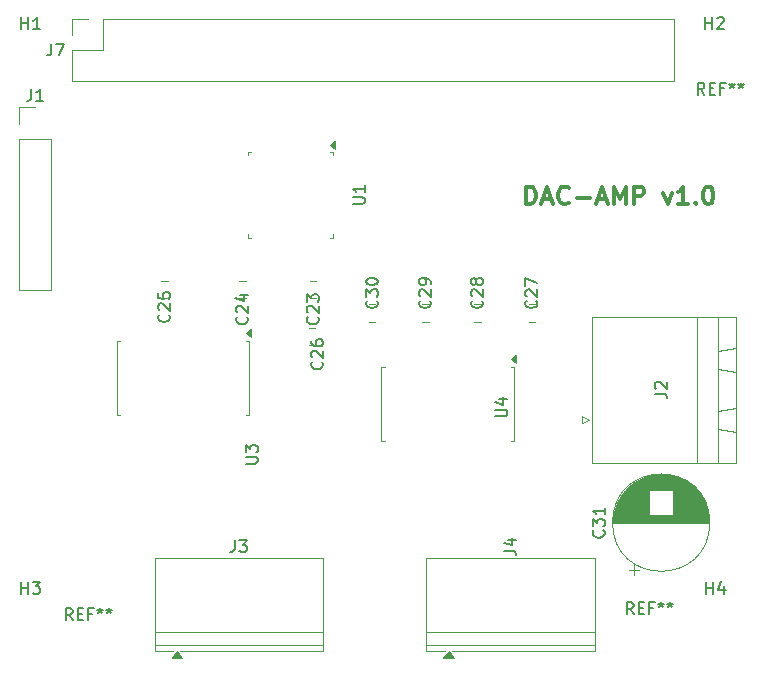
<source format=gto>
%TF.GenerationSoftware,KiCad,Pcbnew,9.0.7*%
%TF.CreationDate,2026-02-05T23:33:27-06:00*%
%TF.ProjectId,dac_amp,6461635f-616d-4702-9e6b-696361645f70,rev?*%
%TF.SameCoordinates,Original*%
%TF.FileFunction,Legend,Top*%
%TF.FilePolarity,Positive*%
%FSLAX46Y46*%
G04 Gerber Fmt 4.6, Leading zero omitted, Abs format (unit mm)*
G04 Created by KiCad (PCBNEW 9.0.7) date 2026-02-05 23:33:27*
%MOMM*%
%LPD*%
G01*
G04 APERTURE LIST*
%ADD10C,0.300000*%
%ADD11C,0.150000*%
%ADD12C,0.120000*%
G04 APERTURE END LIST*
D10*
X147054510Y-49800828D02*
X147054510Y-48300828D01*
X147054510Y-48300828D02*
X147411653Y-48300828D01*
X147411653Y-48300828D02*
X147625939Y-48372257D01*
X147625939Y-48372257D02*
X147768796Y-48515114D01*
X147768796Y-48515114D02*
X147840225Y-48657971D01*
X147840225Y-48657971D02*
X147911653Y-48943685D01*
X147911653Y-48943685D02*
X147911653Y-49157971D01*
X147911653Y-49157971D02*
X147840225Y-49443685D01*
X147840225Y-49443685D02*
X147768796Y-49586542D01*
X147768796Y-49586542D02*
X147625939Y-49729400D01*
X147625939Y-49729400D02*
X147411653Y-49800828D01*
X147411653Y-49800828D02*
X147054510Y-49800828D01*
X148483082Y-49372257D02*
X149197368Y-49372257D01*
X148340225Y-49800828D02*
X148840225Y-48300828D01*
X148840225Y-48300828D02*
X149340225Y-49800828D01*
X150697367Y-49657971D02*
X150625939Y-49729400D01*
X150625939Y-49729400D02*
X150411653Y-49800828D01*
X150411653Y-49800828D02*
X150268796Y-49800828D01*
X150268796Y-49800828D02*
X150054510Y-49729400D01*
X150054510Y-49729400D02*
X149911653Y-49586542D01*
X149911653Y-49586542D02*
X149840224Y-49443685D01*
X149840224Y-49443685D02*
X149768796Y-49157971D01*
X149768796Y-49157971D02*
X149768796Y-48943685D01*
X149768796Y-48943685D02*
X149840224Y-48657971D01*
X149840224Y-48657971D02*
X149911653Y-48515114D01*
X149911653Y-48515114D02*
X150054510Y-48372257D01*
X150054510Y-48372257D02*
X150268796Y-48300828D01*
X150268796Y-48300828D02*
X150411653Y-48300828D01*
X150411653Y-48300828D02*
X150625939Y-48372257D01*
X150625939Y-48372257D02*
X150697367Y-48443685D01*
X151340224Y-49229400D02*
X152483082Y-49229400D01*
X153125939Y-49372257D02*
X153840225Y-49372257D01*
X152983082Y-49800828D02*
X153483082Y-48300828D01*
X153483082Y-48300828D02*
X153983082Y-49800828D01*
X154483081Y-49800828D02*
X154483081Y-48300828D01*
X154483081Y-48300828D02*
X154983081Y-49372257D01*
X154983081Y-49372257D02*
X155483081Y-48300828D01*
X155483081Y-48300828D02*
X155483081Y-49800828D01*
X156197367Y-49800828D02*
X156197367Y-48300828D01*
X156197367Y-48300828D02*
X156768796Y-48300828D01*
X156768796Y-48300828D02*
X156911653Y-48372257D01*
X156911653Y-48372257D02*
X156983082Y-48443685D01*
X156983082Y-48443685D02*
X157054510Y-48586542D01*
X157054510Y-48586542D02*
X157054510Y-48800828D01*
X157054510Y-48800828D02*
X156983082Y-48943685D01*
X156983082Y-48943685D02*
X156911653Y-49015114D01*
X156911653Y-49015114D02*
X156768796Y-49086542D01*
X156768796Y-49086542D02*
X156197367Y-49086542D01*
X158697367Y-48800828D02*
X159054510Y-49800828D01*
X159054510Y-49800828D02*
X159411653Y-48800828D01*
X160768796Y-49800828D02*
X159911653Y-49800828D01*
X160340224Y-49800828D02*
X160340224Y-48300828D01*
X160340224Y-48300828D02*
X160197367Y-48515114D01*
X160197367Y-48515114D02*
X160054510Y-48657971D01*
X160054510Y-48657971D02*
X159911653Y-48729400D01*
X161411652Y-49657971D02*
X161483081Y-49729400D01*
X161483081Y-49729400D02*
X161411652Y-49800828D01*
X161411652Y-49800828D02*
X161340224Y-49729400D01*
X161340224Y-49729400D02*
X161411652Y-49657971D01*
X161411652Y-49657971D02*
X161411652Y-49800828D01*
X162411653Y-48300828D02*
X162554510Y-48300828D01*
X162554510Y-48300828D02*
X162697367Y-48372257D01*
X162697367Y-48372257D02*
X162768796Y-48443685D01*
X162768796Y-48443685D02*
X162840224Y-48586542D01*
X162840224Y-48586542D02*
X162911653Y-48872257D01*
X162911653Y-48872257D02*
X162911653Y-49229400D01*
X162911653Y-49229400D02*
X162840224Y-49515114D01*
X162840224Y-49515114D02*
X162768796Y-49657971D01*
X162768796Y-49657971D02*
X162697367Y-49729400D01*
X162697367Y-49729400D02*
X162554510Y-49800828D01*
X162554510Y-49800828D02*
X162411653Y-49800828D01*
X162411653Y-49800828D02*
X162268796Y-49729400D01*
X162268796Y-49729400D02*
X162197367Y-49657971D01*
X162197367Y-49657971D02*
X162125938Y-49515114D01*
X162125938Y-49515114D02*
X162054510Y-49229400D01*
X162054510Y-49229400D02*
X162054510Y-48872257D01*
X162054510Y-48872257D02*
X162125938Y-48586542D01*
X162125938Y-48586542D02*
X162197367Y-48443685D01*
X162197367Y-48443685D02*
X162268796Y-48372257D01*
X162268796Y-48372257D02*
X162411653Y-48300828D01*
D11*
X156166666Y-84504819D02*
X155833333Y-84028628D01*
X155595238Y-84504819D02*
X155595238Y-83504819D01*
X155595238Y-83504819D02*
X155976190Y-83504819D01*
X155976190Y-83504819D02*
X156071428Y-83552438D01*
X156071428Y-83552438D02*
X156119047Y-83600057D01*
X156119047Y-83600057D02*
X156166666Y-83695295D01*
X156166666Y-83695295D02*
X156166666Y-83838152D01*
X156166666Y-83838152D02*
X156119047Y-83933390D01*
X156119047Y-83933390D02*
X156071428Y-83981009D01*
X156071428Y-83981009D02*
X155976190Y-84028628D01*
X155976190Y-84028628D02*
X155595238Y-84028628D01*
X156595238Y-83981009D02*
X156928571Y-83981009D01*
X157071428Y-84504819D02*
X156595238Y-84504819D01*
X156595238Y-84504819D02*
X156595238Y-83504819D01*
X156595238Y-83504819D02*
X157071428Y-83504819D01*
X157833333Y-83981009D02*
X157500000Y-83981009D01*
X157500000Y-84504819D02*
X157500000Y-83504819D01*
X157500000Y-83504819D02*
X157976190Y-83504819D01*
X158500000Y-83504819D02*
X158500000Y-83742914D01*
X158261905Y-83647676D02*
X158500000Y-83742914D01*
X158500000Y-83742914D02*
X158738095Y-83647676D01*
X158357143Y-83933390D02*
X158500000Y-83742914D01*
X158500000Y-83742914D02*
X158642857Y-83933390D01*
X159261905Y-83504819D02*
X159261905Y-83742914D01*
X159023810Y-83647676D02*
X159261905Y-83742914D01*
X159261905Y-83742914D02*
X159500000Y-83647676D01*
X159119048Y-83933390D02*
X159261905Y-83742914D01*
X159261905Y-83742914D02*
X159404762Y-83933390D01*
X162166666Y-40504819D02*
X161833333Y-40028628D01*
X161595238Y-40504819D02*
X161595238Y-39504819D01*
X161595238Y-39504819D02*
X161976190Y-39504819D01*
X161976190Y-39504819D02*
X162071428Y-39552438D01*
X162071428Y-39552438D02*
X162119047Y-39600057D01*
X162119047Y-39600057D02*
X162166666Y-39695295D01*
X162166666Y-39695295D02*
X162166666Y-39838152D01*
X162166666Y-39838152D02*
X162119047Y-39933390D01*
X162119047Y-39933390D02*
X162071428Y-39981009D01*
X162071428Y-39981009D02*
X161976190Y-40028628D01*
X161976190Y-40028628D02*
X161595238Y-40028628D01*
X162595238Y-39981009D02*
X162928571Y-39981009D01*
X163071428Y-40504819D02*
X162595238Y-40504819D01*
X162595238Y-40504819D02*
X162595238Y-39504819D01*
X162595238Y-39504819D02*
X163071428Y-39504819D01*
X163833333Y-39981009D02*
X163500000Y-39981009D01*
X163500000Y-40504819D02*
X163500000Y-39504819D01*
X163500000Y-39504819D02*
X163976190Y-39504819D01*
X164500000Y-39504819D02*
X164500000Y-39742914D01*
X164261905Y-39647676D02*
X164500000Y-39742914D01*
X164500000Y-39742914D02*
X164738095Y-39647676D01*
X164357143Y-39933390D02*
X164500000Y-39742914D01*
X164500000Y-39742914D02*
X164642857Y-39933390D01*
X165261905Y-39504819D02*
X165261905Y-39742914D01*
X165023810Y-39647676D02*
X165261905Y-39742914D01*
X165261905Y-39742914D02*
X165500000Y-39647676D01*
X165119048Y-39933390D02*
X165261905Y-39742914D01*
X165261905Y-39742914D02*
X165404762Y-39933390D01*
X108666666Y-85004819D02*
X108333333Y-84528628D01*
X108095238Y-85004819D02*
X108095238Y-84004819D01*
X108095238Y-84004819D02*
X108476190Y-84004819D01*
X108476190Y-84004819D02*
X108571428Y-84052438D01*
X108571428Y-84052438D02*
X108619047Y-84100057D01*
X108619047Y-84100057D02*
X108666666Y-84195295D01*
X108666666Y-84195295D02*
X108666666Y-84338152D01*
X108666666Y-84338152D02*
X108619047Y-84433390D01*
X108619047Y-84433390D02*
X108571428Y-84481009D01*
X108571428Y-84481009D02*
X108476190Y-84528628D01*
X108476190Y-84528628D02*
X108095238Y-84528628D01*
X109095238Y-84481009D02*
X109428571Y-84481009D01*
X109571428Y-85004819D02*
X109095238Y-85004819D01*
X109095238Y-85004819D02*
X109095238Y-84004819D01*
X109095238Y-84004819D02*
X109571428Y-84004819D01*
X110333333Y-84481009D02*
X110000000Y-84481009D01*
X110000000Y-85004819D02*
X110000000Y-84004819D01*
X110000000Y-84004819D02*
X110476190Y-84004819D01*
X111000000Y-84004819D02*
X111000000Y-84242914D01*
X110761905Y-84147676D02*
X111000000Y-84242914D01*
X111000000Y-84242914D02*
X111238095Y-84147676D01*
X110857143Y-84433390D02*
X111000000Y-84242914D01*
X111000000Y-84242914D02*
X111142857Y-84433390D01*
X111761905Y-84004819D02*
X111761905Y-84242914D01*
X111523810Y-84147676D02*
X111761905Y-84242914D01*
X111761905Y-84242914D02*
X112000000Y-84147676D01*
X111619048Y-84433390D02*
X111761905Y-84242914D01*
X111761905Y-84242914D02*
X111904762Y-84433390D01*
X122416666Y-78234819D02*
X122416666Y-78949104D01*
X122416666Y-78949104D02*
X122369047Y-79091961D01*
X122369047Y-79091961D02*
X122273809Y-79187200D01*
X122273809Y-79187200D02*
X122130952Y-79234819D01*
X122130952Y-79234819D02*
X122035714Y-79234819D01*
X122797619Y-78234819D02*
X123416666Y-78234819D01*
X123416666Y-78234819D02*
X123083333Y-78615771D01*
X123083333Y-78615771D02*
X123226190Y-78615771D01*
X123226190Y-78615771D02*
X123321428Y-78663390D01*
X123321428Y-78663390D02*
X123369047Y-78711009D01*
X123369047Y-78711009D02*
X123416666Y-78806247D01*
X123416666Y-78806247D02*
X123416666Y-79044342D01*
X123416666Y-79044342D02*
X123369047Y-79139580D01*
X123369047Y-79139580D02*
X123321428Y-79187200D01*
X123321428Y-79187200D02*
X123226190Y-79234819D01*
X123226190Y-79234819D02*
X122940476Y-79234819D01*
X122940476Y-79234819D02*
X122845238Y-79187200D01*
X122845238Y-79187200D02*
X122797619Y-79139580D01*
X153609580Y-77392857D02*
X153657200Y-77440476D01*
X153657200Y-77440476D02*
X153704819Y-77583333D01*
X153704819Y-77583333D02*
X153704819Y-77678571D01*
X153704819Y-77678571D02*
X153657200Y-77821428D01*
X153657200Y-77821428D02*
X153561961Y-77916666D01*
X153561961Y-77916666D02*
X153466723Y-77964285D01*
X153466723Y-77964285D02*
X153276247Y-78011904D01*
X153276247Y-78011904D02*
X153133390Y-78011904D01*
X153133390Y-78011904D02*
X152942914Y-77964285D01*
X152942914Y-77964285D02*
X152847676Y-77916666D01*
X152847676Y-77916666D02*
X152752438Y-77821428D01*
X152752438Y-77821428D02*
X152704819Y-77678571D01*
X152704819Y-77678571D02*
X152704819Y-77583333D01*
X152704819Y-77583333D02*
X152752438Y-77440476D01*
X152752438Y-77440476D02*
X152800057Y-77392857D01*
X152704819Y-77059523D02*
X152704819Y-76440476D01*
X152704819Y-76440476D02*
X153085771Y-76773809D01*
X153085771Y-76773809D02*
X153085771Y-76630952D01*
X153085771Y-76630952D02*
X153133390Y-76535714D01*
X153133390Y-76535714D02*
X153181009Y-76488095D01*
X153181009Y-76488095D02*
X153276247Y-76440476D01*
X153276247Y-76440476D02*
X153514342Y-76440476D01*
X153514342Y-76440476D02*
X153609580Y-76488095D01*
X153609580Y-76488095D02*
X153657200Y-76535714D01*
X153657200Y-76535714D02*
X153704819Y-76630952D01*
X153704819Y-76630952D02*
X153704819Y-76916666D01*
X153704819Y-76916666D02*
X153657200Y-77011904D01*
X153657200Y-77011904D02*
X153609580Y-77059523D01*
X153704819Y-75488095D02*
X153704819Y-76059523D01*
X153704819Y-75773809D02*
X152704819Y-75773809D01*
X152704819Y-75773809D02*
X152847676Y-75869047D01*
X152847676Y-75869047D02*
X152942914Y-75964285D01*
X152942914Y-75964285D02*
X152990533Y-76059523D01*
X132392319Y-49761904D02*
X133201842Y-49761904D01*
X133201842Y-49761904D02*
X133297080Y-49714285D01*
X133297080Y-49714285D02*
X133344700Y-49666666D01*
X133344700Y-49666666D02*
X133392319Y-49571428D01*
X133392319Y-49571428D02*
X133392319Y-49380952D01*
X133392319Y-49380952D02*
X133344700Y-49285714D01*
X133344700Y-49285714D02*
X133297080Y-49238095D01*
X133297080Y-49238095D02*
X133201842Y-49190476D01*
X133201842Y-49190476D02*
X132392319Y-49190476D01*
X133392319Y-48190476D02*
X133392319Y-48761904D01*
X133392319Y-48476190D02*
X132392319Y-48476190D01*
X132392319Y-48476190D02*
X132535176Y-48571428D01*
X132535176Y-48571428D02*
X132630414Y-48666666D01*
X132630414Y-48666666D02*
X132678033Y-48761904D01*
X123324819Y-71749404D02*
X124134342Y-71749404D01*
X124134342Y-71749404D02*
X124229580Y-71701785D01*
X124229580Y-71701785D02*
X124277200Y-71654166D01*
X124277200Y-71654166D02*
X124324819Y-71558928D01*
X124324819Y-71558928D02*
X124324819Y-71368452D01*
X124324819Y-71368452D02*
X124277200Y-71273214D01*
X124277200Y-71273214D02*
X124229580Y-71225595D01*
X124229580Y-71225595D02*
X124134342Y-71177976D01*
X124134342Y-71177976D02*
X123324819Y-71177976D01*
X123324819Y-70797023D02*
X123324819Y-70177976D01*
X123324819Y-70177976D02*
X123705771Y-70511309D01*
X123705771Y-70511309D02*
X123705771Y-70368452D01*
X123705771Y-70368452D02*
X123753390Y-70273214D01*
X123753390Y-70273214D02*
X123801009Y-70225595D01*
X123801009Y-70225595D02*
X123896247Y-70177976D01*
X123896247Y-70177976D02*
X124134342Y-70177976D01*
X124134342Y-70177976D02*
X124229580Y-70225595D01*
X124229580Y-70225595D02*
X124277200Y-70273214D01*
X124277200Y-70273214D02*
X124324819Y-70368452D01*
X124324819Y-70368452D02*
X124324819Y-70654166D01*
X124324819Y-70654166D02*
X124277200Y-70749404D01*
X124277200Y-70749404D02*
X124229580Y-70797023D01*
X106876666Y-36184819D02*
X106876666Y-36899104D01*
X106876666Y-36899104D02*
X106829047Y-37041961D01*
X106829047Y-37041961D02*
X106733809Y-37137200D01*
X106733809Y-37137200D02*
X106590952Y-37184819D01*
X106590952Y-37184819D02*
X106495714Y-37184819D01*
X107257619Y-36184819D02*
X107924285Y-36184819D01*
X107924285Y-36184819D02*
X107495714Y-37184819D01*
X144454819Y-67761904D02*
X145264342Y-67761904D01*
X145264342Y-67761904D02*
X145359580Y-67714285D01*
X145359580Y-67714285D02*
X145407200Y-67666666D01*
X145407200Y-67666666D02*
X145454819Y-67571428D01*
X145454819Y-67571428D02*
X145454819Y-67380952D01*
X145454819Y-67380952D02*
X145407200Y-67285714D01*
X145407200Y-67285714D02*
X145359580Y-67238095D01*
X145359580Y-67238095D02*
X145264342Y-67190476D01*
X145264342Y-67190476D02*
X144454819Y-67190476D01*
X144788152Y-66285714D02*
X145454819Y-66285714D01*
X144407200Y-66523809D02*
X145121485Y-66761904D01*
X145121485Y-66761904D02*
X145121485Y-66142857D01*
X145204819Y-79113333D02*
X145919104Y-79113333D01*
X145919104Y-79113333D02*
X146061961Y-79160952D01*
X146061961Y-79160952D02*
X146157200Y-79256190D01*
X146157200Y-79256190D02*
X146204819Y-79399047D01*
X146204819Y-79399047D02*
X146204819Y-79494285D01*
X145538152Y-78208571D02*
X146204819Y-78208571D01*
X145157200Y-78446666D02*
X145871485Y-78684761D01*
X145871485Y-78684761D02*
X145871485Y-78065714D01*
X104338095Y-34954819D02*
X104338095Y-33954819D01*
X104338095Y-34431009D02*
X104909523Y-34431009D01*
X104909523Y-34954819D02*
X104909523Y-33954819D01*
X105909523Y-34954819D02*
X105338095Y-34954819D01*
X105623809Y-34954819D02*
X105623809Y-33954819D01*
X105623809Y-33954819D02*
X105528571Y-34097676D01*
X105528571Y-34097676D02*
X105433333Y-34192914D01*
X105433333Y-34192914D02*
X105338095Y-34240533D01*
X162238095Y-34954819D02*
X162238095Y-33954819D01*
X162238095Y-34431009D02*
X162809523Y-34431009D01*
X162809523Y-34954819D02*
X162809523Y-33954819D01*
X163238095Y-34050057D02*
X163285714Y-34002438D01*
X163285714Y-34002438D02*
X163380952Y-33954819D01*
X163380952Y-33954819D02*
X163619047Y-33954819D01*
X163619047Y-33954819D02*
X163714285Y-34002438D01*
X163714285Y-34002438D02*
X163761904Y-34050057D01*
X163761904Y-34050057D02*
X163809523Y-34145295D01*
X163809523Y-34145295D02*
X163809523Y-34240533D01*
X163809523Y-34240533D02*
X163761904Y-34383390D01*
X163761904Y-34383390D02*
X163190476Y-34954819D01*
X163190476Y-34954819D02*
X163809523Y-34954819D01*
X104338095Y-82774819D02*
X104338095Y-81774819D01*
X104338095Y-82251009D02*
X104909523Y-82251009D01*
X104909523Y-82774819D02*
X104909523Y-81774819D01*
X105290476Y-81774819D02*
X105909523Y-81774819D01*
X105909523Y-81774819D02*
X105576190Y-82155771D01*
X105576190Y-82155771D02*
X105719047Y-82155771D01*
X105719047Y-82155771D02*
X105814285Y-82203390D01*
X105814285Y-82203390D02*
X105861904Y-82251009D01*
X105861904Y-82251009D02*
X105909523Y-82346247D01*
X105909523Y-82346247D02*
X105909523Y-82584342D01*
X105909523Y-82584342D02*
X105861904Y-82679580D01*
X105861904Y-82679580D02*
X105814285Y-82727200D01*
X105814285Y-82727200D02*
X105719047Y-82774819D01*
X105719047Y-82774819D02*
X105433333Y-82774819D01*
X105433333Y-82774819D02*
X105338095Y-82727200D01*
X105338095Y-82727200D02*
X105290476Y-82679580D01*
X162338095Y-82774819D02*
X162338095Y-81774819D01*
X162338095Y-82251009D02*
X162909523Y-82251009D01*
X162909523Y-82774819D02*
X162909523Y-81774819D01*
X163814285Y-82108152D02*
X163814285Y-82774819D01*
X163576190Y-81727200D02*
X163338095Y-82441485D01*
X163338095Y-82441485D02*
X163957142Y-82441485D01*
X105166666Y-40034819D02*
X105166666Y-40749104D01*
X105166666Y-40749104D02*
X105119047Y-40891961D01*
X105119047Y-40891961D02*
X105023809Y-40987200D01*
X105023809Y-40987200D02*
X104880952Y-41034819D01*
X104880952Y-41034819D02*
X104785714Y-41034819D01*
X106166666Y-41034819D02*
X105595238Y-41034819D01*
X105880952Y-41034819D02*
X105880952Y-40034819D01*
X105880952Y-40034819D02*
X105785714Y-40177676D01*
X105785714Y-40177676D02*
X105690476Y-40272914D01*
X105690476Y-40272914D02*
X105595238Y-40320533D01*
X157954819Y-65833333D02*
X158669104Y-65833333D01*
X158669104Y-65833333D02*
X158811961Y-65880952D01*
X158811961Y-65880952D02*
X158907200Y-65976190D01*
X158907200Y-65976190D02*
X158954819Y-66119047D01*
X158954819Y-66119047D02*
X158954819Y-66214285D01*
X158050057Y-65404761D02*
X158002438Y-65357142D01*
X158002438Y-65357142D02*
X157954819Y-65261904D01*
X157954819Y-65261904D02*
X157954819Y-65023809D01*
X157954819Y-65023809D02*
X158002438Y-64928571D01*
X158002438Y-64928571D02*
X158050057Y-64880952D01*
X158050057Y-64880952D02*
X158145295Y-64833333D01*
X158145295Y-64833333D02*
X158240533Y-64833333D01*
X158240533Y-64833333D02*
X158383390Y-64880952D01*
X158383390Y-64880952D02*
X158954819Y-65452380D01*
X158954819Y-65452380D02*
X158954819Y-64833333D01*
X147909580Y-57962857D02*
X147957200Y-58010476D01*
X147957200Y-58010476D02*
X148004819Y-58153333D01*
X148004819Y-58153333D02*
X148004819Y-58248571D01*
X148004819Y-58248571D02*
X147957200Y-58391428D01*
X147957200Y-58391428D02*
X147861961Y-58486666D01*
X147861961Y-58486666D02*
X147766723Y-58534285D01*
X147766723Y-58534285D02*
X147576247Y-58581904D01*
X147576247Y-58581904D02*
X147433390Y-58581904D01*
X147433390Y-58581904D02*
X147242914Y-58534285D01*
X147242914Y-58534285D02*
X147147676Y-58486666D01*
X147147676Y-58486666D02*
X147052438Y-58391428D01*
X147052438Y-58391428D02*
X147004819Y-58248571D01*
X147004819Y-58248571D02*
X147004819Y-58153333D01*
X147004819Y-58153333D02*
X147052438Y-58010476D01*
X147052438Y-58010476D02*
X147100057Y-57962857D01*
X147100057Y-57581904D02*
X147052438Y-57534285D01*
X147052438Y-57534285D02*
X147004819Y-57439047D01*
X147004819Y-57439047D02*
X147004819Y-57200952D01*
X147004819Y-57200952D02*
X147052438Y-57105714D01*
X147052438Y-57105714D02*
X147100057Y-57058095D01*
X147100057Y-57058095D02*
X147195295Y-57010476D01*
X147195295Y-57010476D02*
X147290533Y-57010476D01*
X147290533Y-57010476D02*
X147433390Y-57058095D01*
X147433390Y-57058095D02*
X148004819Y-57629523D01*
X148004819Y-57629523D02*
X148004819Y-57010476D01*
X147004819Y-56677142D02*
X147004819Y-56010476D01*
X147004819Y-56010476D02*
X148004819Y-56439047D01*
X143309580Y-57962857D02*
X143357200Y-58010476D01*
X143357200Y-58010476D02*
X143404819Y-58153333D01*
X143404819Y-58153333D02*
X143404819Y-58248571D01*
X143404819Y-58248571D02*
X143357200Y-58391428D01*
X143357200Y-58391428D02*
X143261961Y-58486666D01*
X143261961Y-58486666D02*
X143166723Y-58534285D01*
X143166723Y-58534285D02*
X142976247Y-58581904D01*
X142976247Y-58581904D02*
X142833390Y-58581904D01*
X142833390Y-58581904D02*
X142642914Y-58534285D01*
X142642914Y-58534285D02*
X142547676Y-58486666D01*
X142547676Y-58486666D02*
X142452438Y-58391428D01*
X142452438Y-58391428D02*
X142404819Y-58248571D01*
X142404819Y-58248571D02*
X142404819Y-58153333D01*
X142404819Y-58153333D02*
X142452438Y-58010476D01*
X142452438Y-58010476D02*
X142500057Y-57962857D01*
X142500057Y-57581904D02*
X142452438Y-57534285D01*
X142452438Y-57534285D02*
X142404819Y-57439047D01*
X142404819Y-57439047D02*
X142404819Y-57200952D01*
X142404819Y-57200952D02*
X142452438Y-57105714D01*
X142452438Y-57105714D02*
X142500057Y-57058095D01*
X142500057Y-57058095D02*
X142595295Y-57010476D01*
X142595295Y-57010476D02*
X142690533Y-57010476D01*
X142690533Y-57010476D02*
X142833390Y-57058095D01*
X142833390Y-57058095D02*
X143404819Y-57629523D01*
X143404819Y-57629523D02*
X143404819Y-57010476D01*
X142833390Y-56439047D02*
X142785771Y-56534285D01*
X142785771Y-56534285D02*
X142738152Y-56581904D01*
X142738152Y-56581904D02*
X142642914Y-56629523D01*
X142642914Y-56629523D02*
X142595295Y-56629523D01*
X142595295Y-56629523D02*
X142500057Y-56581904D01*
X142500057Y-56581904D02*
X142452438Y-56534285D01*
X142452438Y-56534285D02*
X142404819Y-56439047D01*
X142404819Y-56439047D02*
X142404819Y-56248571D01*
X142404819Y-56248571D02*
X142452438Y-56153333D01*
X142452438Y-56153333D02*
X142500057Y-56105714D01*
X142500057Y-56105714D02*
X142595295Y-56058095D01*
X142595295Y-56058095D02*
X142642914Y-56058095D01*
X142642914Y-56058095D02*
X142738152Y-56105714D01*
X142738152Y-56105714D02*
X142785771Y-56153333D01*
X142785771Y-56153333D02*
X142833390Y-56248571D01*
X142833390Y-56248571D02*
X142833390Y-56439047D01*
X142833390Y-56439047D02*
X142881009Y-56534285D01*
X142881009Y-56534285D02*
X142928628Y-56581904D01*
X142928628Y-56581904D02*
X143023866Y-56629523D01*
X143023866Y-56629523D02*
X143214342Y-56629523D01*
X143214342Y-56629523D02*
X143309580Y-56581904D01*
X143309580Y-56581904D02*
X143357200Y-56534285D01*
X143357200Y-56534285D02*
X143404819Y-56439047D01*
X143404819Y-56439047D02*
X143404819Y-56248571D01*
X143404819Y-56248571D02*
X143357200Y-56153333D01*
X143357200Y-56153333D02*
X143309580Y-56105714D01*
X143309580Y-56105714D02*
X143214342Y-56058095D01*
X143214342Y-56058095D02*
X143023866Y-56058095D01*
X143023866Y-56058095D02*
X142928628Y-56105714D01*
X142928628Y-56105714D02*
X142881009Y-56153333D01*
X142881009Y-56153333D02*
X142833390Y-56248571D01*
X116809580Y-59142857D02*
X116857200Y-59190476D01*
X116857200Y-59190476D02*
X116904819Y-59333333D01*
X116904819Y-59333333D02*
X116904819Y-59428571D01*
X116904819Y-59428571D02*
X116857200Y-59571428D01*
X116857200Y-59571428D02*
X116761961Y-59666666D01*
X116761961Y-59666666D02*
X116666723Y-59714285D01*
X116666723Y-59714285D02*
X116476247Y-59761904D01*
X116476247Y-59761904D02*
X116333390Y-59761904D01*
X116333390Y-59761904D02*
X116142914Y-59714285D01*
X116142914Y-59714285D02*
X116047676Y-59666666D01*
X116047676Y-59666666D02*
X115952438Y-59571428D01*
X115952438Y-59571428D02*
X115904819Y-59428571D01*
X115904819Y-59428571D02*
X115904819Y-59333333D01*
X115904819Y-59333333D02*
X115952438Y-59190476D01*
X115952438Y-59190476D02*
X116000057Y-59142857D01*
X116000057Y-58761904D02*
X115952438Y-58714285D01*
X115952438Y-58714285D02*
X115904819Y-58619047D01*
X115904819Y-58619047D02*
X115904819Y-58380952D01*
X115904819Y-58380952D02*
X115952438Y-58285714D01*
X115952438Y-58285714D02*
X116000057Y-58238095D01*
X116000057Y-58238095D02*
X116095295Y-58190476D01*
X116095295Y-58190476D02*
X116190533Y-58190476D01*
X116190533Y-58190476D02*
X116333390Y-58238095D01*
X116333390Y-58238095D02*
X116904819Y-58809523D01*
X116904819Y-58809523D02*
X116904819Y-58190476D01*
X115904819Y-57285714D02*
X115904819Y-57761904D01*
X115904819Y-57761904D02*
X116381009Y-57809523D01*
X116381009Y-57809523D02*
X116333390Y-57761904D01*
X116333390Y-57761904D02*
X116285771Y-57666666D01*
X116285771Y-57666666D02*
X116285771Y-57428571D01*
X116285771Y-57428571D02*
X116333390Y-57333333D01*
X116333390Y-57333333D02*
X116381009Y-57285714D01*
X116381009Y-57285714D02*
X116476247Y-57238095D01*
X116476247Y-57238095D02*
X116714342Y-57238095D01*
X116714342Y-57238095D02*
X116809580Y-57285714D01*
X116809580Y-57285714D02*
X116857200Y-57333333D01*
X116857200Y-57333333D02*
X116904819Y-57428571D01*
X116904819Y-57428571D02*
X116904819Y-57666666D01*
X116904819Y-57666666D02*
X116857200Y-57761904D01*
X116857200Y-57761904D02*
X116809580Y-57809523D01*
X134409580Y-57962857D02*
X134457200Y-58010476D01*
X134457200Y-58010476D02*
X134504819Y-58153333D01*
X134504819Y-58153333D02*
X134504819Y-58248571D01*
X134504819Y-58248571D02*
X134457200Y-58391428D01*
X134457200Y-58391428D02*
X134361961Y-58486666D01*
X134361961Y-58486666D02*
X134266723Y-58534285D01*
X134266723Y-58534285D02*
X134076247Y-58581904D01*
X134076247Y-58581904D02*
X133933390Y-58581904D01*
X133933390Y-58581904D02*
X133742914Y-58534285D01*
X133742914Y-58534285D02*
X133647676Y-58486666D01*
X133647676Y-58486666D02*
X133552438Y-58391428D01*
X133552438Y-58391428D02*
X133504819Y-58248571D01*
X133504819Y-58248571D02*
X133504819Y-58153333D01*
X133504819Y-58153333D02*
X133552438Y-58010476D01*
X133552438Y-58010476D02*
X133600057Y-57962857D01*
X133504819Y-57629523D02*
X133504819Y-57010476D01*
X133504819Y-57010476D02*
X133885771Y-57343809D01*
X133885771Y-57343809D02*
X133885771Y-57200952D01*
X133885771Y-57200952D02*
X133933390Y-57105714D01*
X133933390Y-57105714D02*
X133981009Y-57058095D01*
X133981009Y-57058095D02*
X134076247Y-57010476D01*
X134076247Y-57010476D02*
X134314342Y-57010476D01*
X134314342Y-57010476D02*
X134409580Y-57058095D01*
X134409580Y-57058095D02*
X134457200Y-57105714D01*
X134457200Y-57105714D02*
X134504819Y-57200952D01*
X134504819Y-57200952D02*
X134504819Y-57486666D01*
X134504819Y-57486666D02*
X134457200Y-57581904D01*
X134457200Y-57581904D02*
X134409580Y-57629523D01*
X133504819Y-56391428D02*
X133504819Y-56296190D01*
X133504819Y-56296190D02*
X133552438Y-56200952D01*
X133552438Y-56200952D02*
X133600057Y-56153333D01*
X133600057Y-56153333D02*
X133695295Y-56105714D01*
X133695295Y-56105714D02*
X133885771Y-56058095D01*
X133885771Y-56058095D02*
X134123866Y-56058095D01*
X134123866Y-56058095D02*
X134314342Y-56105714D01*
X134314342Y-56105714D02*
X134409580Y-56153333D01*
X134409580Y-56153333D02*
X134457200Y-56200952D01*
X134457200Y-56200952D02*
X134504819Y-56296190D01*
X134504819Y-56296190D02*
X134504819Y-56391428D01*
X134504819Y-56391428D02*
X134457200Y-56486666D01*
X134457200Y-56486666D02*
X134409580Y-56534285D01*
X134409580Y-56534285D02*
X134314342Y-56581904D01*
X134314342Y-56581904D02*
X134123866Y-56629523D01*
X134123866Y-56629523D02*
X133885771Y-56629523D01*
X133885771Y-56629523D02*
X133695295Y-56581904D01*
X133695295Y-56581904D02*
X133600057Y-56534285D01*
X133600057Y-56534285D02*
X133552438Y-56486666D01*
X133552438Y-56486666D02*
X133504819Y-56391428D01*
X138909580Y-57962857D02*
X138957200Y-58010476D01*
X138957200Y-58010476D02*
X139004819Y-58153333D01*
X139004819Y-58153333D02*
X139004819Y-58248571D01*
X139004819Y-58248571D02*
X138957200Y-58391428D01*
X138957200Y-58391428D02*
X138861961Y-58486666D01*
X138861961Y-58486666D02*
X138766723Y-58534285D01*
X138766723Y-58534285D02*
X138576247Y-58581904D01*
X138576247Y-58581904D02*
X138433390Y-58581904D01*
X138433390Y-58581904D02*
X138242914Y-58534285D01*
X138242914Y-58534285D02*
X138147676Y-58486666D01*
X138147676Y-58486666D02*
X138052438Y-58391428D01*
X138052438Y-58391428D02*
X138004819Y-58248571D01*
X138004819Y-58248571D02*
X138004819Y-58153333D01*
X138004819Y-58153333D02*
X138052438Y-58010476D01*
X138052438Y-58010476D02*
X138100057Y-57962857D01*
X138100057Y-57581904D02*
X138052438Y-57534285D01*
X138052438Y-57534285D02*
X138004819Y-57439047D01*
X138004819Y-57439047D02*
X138004819Y-57200952D01*
X138004819Y-57200952D02*
X138052438Y-57105714D01*
X138052438Y-57105714D02*
X138100057Y-57058095D01*
X138100057Y-57058095D02*
X138195295Y-57010476D01*
X138195295Y-57010476D02*
X138290533Y-57010476D01*
X138290533Y-57010476D02*
X138433390Y-57058095D01*
X138433390Y-57058095D02*
X139004819Y-57629523D01*
X139004819Y-57629523D02*
X139004819Y-57010476D01*
X139004819Y-56534285D02*
X139004819Y-56343809D01*
X139004819Y-56343809D02*
X138957200Y-56248571D01*
X138957200Y-56248571D02*
X138909580Y-56200952D01*
X138909580Y-56200952D02*
X138766723Y-56105714D01*
X138766723Y-56105714D02*
X138576247Y-56058095D01*
X138576247Y-56058095D02*
X138195295Y-56058095D01*
X138195295Y-56058095D02*
X138100057Y-56105714D01*
X138100057Y-56105714D02*
X138052438Y-56153333D01*
X138052438Y-56153333D02*
X138004819Y-56248571D01*
X138004819Y-56248571D02*
X138004819Y-56439047D01*
X138004819Y-56439047D02*
X138052438Y-56534285D01*
X138052438Y-56534285D02*
X138100057Y-56581904D01*
X138100057Y-56581904D02*
X138195295Y-56629523D01*
X138195295Y-56629523D02*
X138433390Y-56629523D01*
X138433390Y-56629523D02*
X138528628Y-56581904D01*
X138528628Y-56581904D02*
X138576247Y-56534285D01*
X138576247Y-56534285D02*
X138623866Y-56439047D01*
X138623866Y-56439047D02*
X138623866Y-56248571D01*
X138623866Y-56248571D02*
X138576247Y-56153333D01*
X138576247Y-56153333D02*
X138528628Y-56105714D01*
X138528628Y-56105714D02*
X138433390Y-56058095D01*
X129409580Y-59322857D02*
X129457200Y-59370476D01*
X129457200Y-59370476D02*
X129504819Y-59513333D01*
X129504819Y-59513333D02*
X129504819Y-59608571D01*
X129504819Y-59608571D02*
X129457200Y-59751428D01*
X129457200Y-59751428D02*
X129361961Y-59846666D01*
X129361961Y-59846666D02*
X129266723Y-59894285D01*
X129266723Y-59894285D02*
X129076247Y-59941904D01*
X129076247Y-59941904D02*
X128933390Y-59941904D01*
X128933390Y-59941904D02*
X128742914Y-59894285D01*
X128742914Y-59894285D02*
X128647676Y-59846666D01*
X128647676Y-59846666D02*
X128552438Y-59751428D01*
X128552438Y-59751428D02*
X128504819Y-59608571D01*
X128504819Y-59608571D02*
X128504819Y-59513333D01*
X128504819Y-59513333D02*
X128552438Y-59370476D01*
X128552438Y-59370476D02*
X128600057Y-59322857D01*
X128600057Y-58941904D02*
X128552438Y-58894285D01*
X128552438Y-58894285D02*
X128504819Y-58799047D01*
X128504819Y-58799047D02*
X128504819Y-58560952D01*
X128504819Y-58560952D02*
X128552438Y-58465714D01*
X128552438Y-58465714D02*
X128600057Y-58418095D01*
X128600057Y-58418095D02*
X128695295Y-58370476D01*
X128695295Y-58370476D02*
X128790533Y-58370476D01*
X128790533Y-58370476D02*
X128933390Y-58418095D01*
X128933390Y-58418095D02*
X129504819Y-58989523D01*
X129504819Y-58989523D02*
X129504819Y-58370476D01*
X128504819Y-58037142D02*
X128504819Y-57418095D01*
X128504819Y-57418095D02*
X128885771Y-57751428D01*
X128885771Y-57751428D02*
X128885771Y-57608571D01*
X128885771Y-57608571D02*
X128933390Y-57513333D01*
X128933390Y-57513333D02*
X128981009Y-57465714D01*
X128981009Y-57465714D02*
X129076247Y-57418095D01*
X129076247Y-57418095D02*
X129314342Y-57418095D01*
X129314342Y-57418095D02*
X129409580Y-57465714D01*
X129409580Y-57465714D02*
X129457200Y-57513333D01*
X129457200Y-57513333D02*
X129504819Y-57608571D01*
X129504819Y-57608571D02*
X129504819Y-57894285D01*
X129504819Y-57894285D02*
X129457200Y-57989523D01*
X129457200Y-57989523D02*
X129409580Y-58037142D01*
X129759580Y-63142857D02*
X129807200Y-63190476D01*
X129807200Y-63190476D02*
X129854819Y-63333333D01*
X129854819Y-63333333D02*
X129854819Y-63428571D01*
X129854819Y-63428571D02*
X129807200Y-63571428D01*
X129807200Y-63571428D02*
X129711961Y-63666666D01*
X129711961Y-63666666D02*
X129616723Y-63714285D01*
X129616723Y-63714285D02*
X129426247Y-63761904D01*
X129426247Y-63761904D02*
X129283390Y-63761904D01*
X129283390Y-63761904D02*
X129092914Y-63714285D01*
X129092914Y-63714285D02*
X128997676Y-63666666D01*
X128997676Y-63666666D02*
X128902438Y-63571428D01*
X128902438Y-63571428D02*
X128854819Y-63428571D01*
X128854819Y-63428571D02*
X128854819Y-63333333D01*
X128854819Y-63333333D02*
X128902438Y-63190476D01*
X128902438Y-63190476D02*
X128950057Y-63142857D01*
X128950057Y-62761904D02*
X128902438Y-62714285D01*
X128902438Y-62714285D02*
X128854819Y-62619047D01*
X128854819Y-62619047D02*
X128854819Y-62380952D01*
X128854819Y-62380952D02*
X128902438Y-62285714D01*
X128902438Y-62285714D02*
X128950057Y-62238095D01*
X128950057Y-62238095D02*
X129045295Y-62190476D01*
X129045295Y-62190476D02*
X129140533Y-62190476D01*
X129140533Y-62190476D02*
X129283390Y-62238095D01*
X129283390Y-62238095D02*
X129854819Y-62809523D01*
X129854819Y-62809523D02*
X129854819Y-62190476D01*
X128854819Y-61333333D02*
X128854819Y-61523809D01*
X128854819Y-61523809D02*
X128902438Y-61619047D01*
X128902438Y-61619047D02*
X128950057Y-61666666D01*
X128950057Y-61666666D02*
X129092914Y-61761904D01*
X129092914Y-61761904D02*
X129283390Y-61809523D01*
X129283390Y-61809523D02*
X129664342Y-61809523D01*
X129664342Y-61809523D02*
X129759580Y-61761904D01*
X129759580Y-61761904D02*
X129807200Y-61714285D01*
X129807200Y-61714285D02*
X129854819Y-61619047D01*
X129854819Y-61619047D02*
X129854819Y-61428571D01*
X129854819Y-61428571D02*
X129807200Y-61333333D01*
X129807200Y-61333333D02*
X129759580Y-61285714D01*
X129759580Y-61285714D02*
X129664342Y-61238095D01*
X129664342Y-61238095D02*
X129426247Y-61238095D01*
X129426247Y-61238095D02*
X129331009Y-61285714D01*
X129331009Y-61285714D02*
X129283390Y-61333333D01*
X129283390Y-61333333D02*
X129235771Y-61428571D01*
X129235771Y-61428571D02*
X129235771Y-61619047D01*
X129235771Y-61619047D02*
X129283390Y-61714285D01*
X129283390Y-61714285D02*
X129331009Y-61761904D01*
X129331009Y-61761904D02*
X129426247Y-61809523D01*
X123409580Y-59322857D02*
X123457200Y-59370476D01*
X123457200Y-59370476D02*
X123504819Y-59513333D01*
X123504819Y-59513333D02*
X123504819Y-59608571D01*
X123504819Y-59608571D02*
X123457200Y-59751428D01*
X123457200Y-59751428D02*
X123361961Y-59846666D01*
X123361961Y-59846666D02*
X123266723Y-59894285D01*
X123266723Y-59894285D02*
X123076247Y-59941904D01*
X123076247Y-59941904D02*
X122933390Y-59941904D01*
X122933390Y-59941904D02*
X122742914Y-59894285D01*
X122742914Y-59894285D02*
X122647676Y-59846666D01*
X122647676Y-59846666D02*
X122552438Y-59751428D01*
X122552438Y-59751428D02*
X122504819Y-59608571D01*
X122504819Y-59608571D02*
X122504819Y-59513333D01*
X122504819Y-59513333D02*
X122552438Y-59370476D01*
X122552438Y-59370476D02*
X122600057Y-59322857D01*
X122600057Y-58941904D02*
X122552438Y-58894285D01*
X122552438Y-58894285D02*
X122504819Y-58799047D01*
X122504819Y-58799047D02*
X122504819Y-58560952D01*
X122504819Y-58560952D02*
X122552438Y-58465714D01*
X122552438Y-58465714D02*
X122600057Y-58418095D01*
X122600057Y-58418095D02*
X122695295Y-58370476D01*
X122695295Y-58370476D02*
X122790533Y-58370476D01*
X122790533Y-58370476D02*
X122933390Y-58418095D01*
X122933390Y-58418095D02*
X123504819Y-58989523D01*
X123504819Y-58989523D02*
X123504819Y-58370476D01*
X122838152Y-57513333D02*
X123504819Y-57513333D01*
X122457200Y-57751428D02*
X123171485Y-57989523D01*
X123171485Y-57989523D02*
X123171485Y-57370476D01*
D12*
%TO.C,J3*%
X115630000Y-79780000D02*
X129870000Y-79780000D01*
X115630000Y-86000000D02*
X129870000Y-86000000D01*
X115630000Y-87100000D02*
X129870000Y-87100000D01*
X115630000Y-87620000D02*
X115630000Y-79780000D01*
X117200000Y-87620000D02*
X115630000Y-87620000D01*
X129870000Y-79780000D02*
X129870000Y-87620000D01*
X129870000Y-87620000D02*
X117800000Y-87620000D01*
X117940000Y-88230000D02*
X117060000Y-88230000D01*
X117500000Y-87620000D01*
X117940000Y-88230000D01*
G36*
X117940000Y-88230000D02*
G01*
X117060000Y-88230000D01*
X117500000Y-87620000D01*
X117940000Y-88230000D01*
G37*
%TO.C,C31*%
X154420000Y-76710000D02*
X162580000Y-76710000D01*
X154420000Y-76750000D02*
X162580000Y-76750000D01*
X154421000Y-76670000D02*
X162579000Y-76670000D01*
X154422000Y-76630000D02*
X162578000Y-76630000D01*
X154423000Y-76590000D02*
X162577000Y-76590000D01*
X154425000Y-76550000D02*
X162575000Y-76550000D01*
X154427000Y-76510000D02*
X162573000Y-76510000D01*
X154430000Y-76470000D02*
X162570000Y-76470000D01*
X154432000Y-76430000D02*
X162568000Y-76430000D01*
X154436000Y-76390000D02*
X162564000Y-76390000D01*
X154439000Y-76350000D02*
X162561000Y-76350000D01*
X154444000Y-76310000D02*
X162556000Y-76310000D01*
X154448000Y-76270000D02*
X162552000Y-76270000D01*
X154453000Y-76230000D02*
X162547000Y-76230000D01*
X154458000Y-76190000D02*
X162542000Y-76190000D01*
X154464000Y-76150000D02*
X162536000Y-76150000D01*
X154470000Y-76110000D02*
X162530000Y-76110000D01*
X154477000Y-76070000D02*
X162523000Y-76070000D01*
X154483000Y-76030000D02*
X157460000Y-76030000D01*
X154491000Y-75990000D02*
X157460000Y-75990000D01*
X154498000Y-75950000D02*
X157460000Y-75950000D01*
X154507000Y-75910000D02*
X157460000Y-75910000D01*
X154515000Y-75870000D02*
X157460000Y-75870000D01*
X154524000Y-75830000D02*
X157460000Y-75830000D01*
X154533000Y-75790000D02*
X157460000Y-75790000D01*
X154543000Y-75750000D02*
X157460000Y-75750000D01*
X154553000Y-75710000D02*
X157460000Y-75710000D01*
X154564000Y-75670000D02*
X157460000Y-75670000D01*
X154575000Y-75630000D02*
X157460000Y-75630000D01*
X154587000Y-75590000D02*
X157460000Y-75590000D01*
X154599000Y-75550000D02*
X157460000Y-75550000D01*
X154611000Y-75510000D02*
X157460000Y-75510000D01*
X154624000Y-75470000D02*
X157460000Y-75470000D01*
X154637000Y-75430000D02*
X157460000Y-75430000D01*
X154651000Y-75390000D02*
X157460000Y-75390000D01*
X154665000Y-75350000D02*
X157460000Y-75350000D01*
X154680000Y-75310000D02*
X157460000Y-75310000D01*
X154695000Y-75270000D02*
X157460000Y-75270000D01*
X154711000Y-75230000D02*
X157460000Y-75230000D01*
X154727000Y-75190000D02*
X157460000Y-75190000D01*
X154743000Y-75150000D02*
X157460000Y-75150000D01*
X154760000Y-75110000D02*
X157460000Y-75110000D01*
X154778000Y-75070000D02*
X157460000Y-75070000D01*
X154796000Y-75030000D02*
X157460000Y-75030000D01*
X154815000Y-74990000D02*
X157460000Y-74990000D01*
X154834000Y-74950000D02*
X157460000Y-74950000D01*
X154854000Y-74910000D02*
X157460000Y-74910000D01*
X154874000Y-74870000D02*
X157460000Y-74870000D01*
X154895000Y-74830000D02*
X157460000Y-74830000D01*
X154916000Y-74790000D02*
X157460000Y-74790000D01*
X154938000Y-74750000D02*
X157460000Y-74750000D01*
X154961000Y-74710000D02*
X157460000Y-74710000D01*
X154984000Y-74670000D02*
X157460000Y-74670000D01*
X155007000Y-74630000D02*
X157460000Y-74630000D01*
X155032000Y-74590000D02*
X157460000Y-74590000D01*
X155057000Y-74550000D02*
X157460000Y-74550000D01*
X155082000Y-74510000D02*
X157460000Y-74510000D01*
X155108000Y-74470000D02*
X157460000Y-74470000D01*
X155135000Y-74430000D02*
X157460000Y-74430000D01*
X155163000Y-74390000D02*
X157460000Y-74390000D01*
X155191000Y-74350000D02*
X157460000Y-74350000D01*
X155220000Y-74310000D02*
X157460000Y-74310000D01*
X155250000Y-74270000D02*
X157460000Y-74270000D01*
X155281000Y-74230000D02*
X157460000Y-74230000D01*
X155312000Y-74190000D02*
X157460000Y-74190000D01*
X155344000Y-74150000D02*
X157460000Y-74150000D01*
X155377000Y-74110000D02*
X157460000Y-74110000D01*
X155411000Y-74070000D02*
X157460000Y-74070000D01*
X155445000Y-74030000D02*
X157460000Y-74030000D01*
X155481000Y-73990000D02*
X157460000Y-73990000D01*
X155518000Y-73950000D02*
X161482000Y-73950000D01*
X155555000Y-73910000D02*
X161445000Y-73910000D01*
X155594000Y-73870000D02*
X161406000Y-73870000D01*
X155633000Y-73830000D02*
X161367000Y-73830000D01*
X155674000Y-73790000D02*
X161326000Y-73790000D01*
X155716000Y-73750000D02*
X161284000Y-73750000D01*
X155759000Y-73710000D02*
X161241000Y-73710000D01*
X155785000Y-80759698D02*
X156585000Y-80759698D01*
X155804000Y-73670000D02*
X161196000Y-73670000D01*
X155849000Y-73630000D02*
X161151000Y-73630000D01*
X155896000Y-73590000D02*
X161104000Y-73590000D01*
X155945000Y-73550000D02*
X161055000Y-73550000D01*
X155995000Y-73510000D02*
X161005000Y-73510000D01*
X156047000Y-73470000D02*
X160953000Y-73470000D01*
X156100000Y-73430000D02*
X160900000Y-73430000D01*
X156156000Y-73390000D02*
X160844000Y-73390000D01*
X156185000Y-81159698D02*
X156185000Y-80359698D01*
X156213000Y-73350000D02*
X160787000Y-73350000D01*
X156273000Y-73310000D02*
X160727000Y-73310000D01*
X156335000Y-73270000D02*
X160665000Y-73270000D01*
X156399000Y-73230000D02*
X160601000Y-73230000D01*
X156466000Y-73190000D02*
X160534000Y-73190000D01*
X156536000Y-73150000D02*
X160464000Y-73150000D01*
X156610000Y-73110000D02*
X160390000Y-73110000D01*
X156687000Y-73070000D02*
X160313000Y-73070000D01*
X156769000Y-73030000D02*
X160231000Y-73030000D01*
X156856000Y-72990000D02*
X160144000Y-72990000D01*
X156948000Y-72950000D02*
X160052000Y-72950000D01*
X157047000Y-72910000D02*
X159953000Y-72910000D01*
X157154000Y-72870000D02*
X159846000Y-72870000D01*
X157272000Y-72830000D02*
X159728000Y-72830000D01*
X157403000Y-72790000D02*
X159597000Y-72790000D01*
X157553000Y-72750000D02*
X159447000Y-72750000D01*
X157732000Y-72710000D02*
X159268000Y-72710000D01*
X157967000Y-72670000D02*
X159033000Y-72670000D01*
X159540000Y-73990000D02*
X161519000Y-73990000D01*
X159540000Y-74030000D02*
X161555000Y-74030000D01*
X159540000Y-74070000D02*
X161589000Y-74070000D01*
X159540000Y-74110000D02*
X161623000Y-74110000D01*
X159540000Y-74150000D02*
X161656000Y-74150000D01*
X159540000Y-74190000D02*
X161688000Y-74190000D01*
X159540000Y-74230000D02*
X161719000Y-74230000D01*
X159540000Y-74270000D02*
X161750000Y-74270000D01*
X159540000Y-74310000D02*
X161780000Y-74310000D01*
X159540000Y-74350000D02*
X161809000Y-74350000D01*
X159540000Y-74390000D02*
X161837000Y-74390000D01*
X159540000Y-74430000D02*
X161865000Y-74430000D01*
X159540000Y-74470000D02*
X161892000Y-74470000D01*
X159540000Y-74510000D02*
X161918000Y-74510000D01*
X159540000Y-74550000D02*
X161943000Y-74550000D01*
X159540000Y-74590000D02*
X161968000Y-74590000D01*
X159540000Y-74630000D02*
X161993000Y-74630000D01*
X159540000Y-74670000D02*
X162016000Y-74670000D01*
X159540000Y-74710000D02*
X162039000Y-74710000D01*
X159540000Y-74750000D02*
X162062000Y-74750000D01*
X159540000Y-74790000D02*
X162084000Y-74790000D01*
X159540000Y-74830000D02*
X162105000Y-74830000D01*
X159540000Y-74870000D02*
X162126000Y-74870000D01*
X159540000Y-74910000D02*
X162146000Y-74910000D01*
X159540000Y-74950000D02*
X162166000Y-74950000D01*
X159540000Y-74990000D02*
X162185000Y-74990000D01*
X159540000Y-75030000D02*
X162204000Y-75030000D01*
X159540000Y-75070000D02*
X162222000Y-75070000D01*
X159540000Y-75110000D02*
X162240000Y-75110000D01*
X159540000Y-75150000D02*
X162257000Y-75150000D01*
X159540000Y-75190000D02*
X162273000Y-75190000D01*
X159540000Y-75230000D02*
X162289000Y-75230000D01*
X159540000Y-75270000D02*
X162305000Y-75270000D01*
X159540000Y-75310000D02*
X162320000Y-75310000D01*
X159540000Y-75350000D02*
X162335000Y-75350000D01*
X159540000Y-75390000D02*
X162349000Y-75390000D01*
X159540000Y-75430000D02*
X162363000Y-75430000D01*
X159540000Y-75470000D02*
X162376000Y-75470000D01*
X159540000Y-75510000D02*
X162389000Y-75510000D01*
X159540000Y-75550000D02*
X162401000Y-75550000D01*
X159540000Y-75590000D02*
X162413000Y-75590000D01*
X159540000Y-75630000D02*
X162425000Y-75630000D01*
X159540000Y-75670000D02*
X162436000Y-75670000D01*
X159540000Y-75710000D02*
X162447000Y-75710000D01*
X159540000Y-75750000D02*
X162457000Y-75750000D01*
X159540000Y-75790000D02*
X162467000Y-75790000D01*
X159540000Y-75830000D02*
X162476000Y-75830000D01*
X159540000Y-75870000D02*
X162485000Y-75870000D01*
X159540000Y-75910000D02*
X162493000Y-75910000D01*
X159540000Y-75950000D02*
X162502000Y-75950000D01*
X159540000Y-75990000D02*
X162509000Y-75990000D01*
X159540000Y-76030000D02*
X162517000Y-76030000D01*
X162620000Y-76750000D02*
G75*
G02*
X154380000Y-76750000I-4120000J0D01*
G01*
X154380000Y-76750000D02*
G75*
G02*
X162620000Y-76750000I4120000J0D01*
G01*
%TO.C,U1*%
X123477500Y-45390000D02*
X123752500Y-45390000D01*
X123477500Y-45665000D02*
X123477500Y-45390000D01*
X123477500Y-52610000D02*
X123477500Y-52335000D01*
X123752500Y-52610000D02*
X123477500Y-52610000D01*
X130422500Y-45390000D02*
X130697500Y-45390000D01*
X130697500Y-45390000D02*
X130697500Y-45665000D01*
X130697500Y-52335000D02*
X130697500Y-52610000D01*
X130697500Y-52610000D02*
X130422500Y-52610000D01*
X130897500Y-45090000D02*
X130427500Y-44750000D01*
X130897500Y-44410000D01*
X130897500Y-45090000D01*
G36*
X130897500Y-45090000D02*
G01*
X130427500Y-44750000D01*
X130897500Y-44410000D01*
X130897500Y-45090000D01*
G37*
%TO.C,U3*%
X112390000Y-61340000D02*
X112665000Y-61340000D01*
X112390000Y-67660000D02*
X112390000Y-61340000D01*
X112665000Y-67660000D02*
X112390000Y-67660000D01*
X123335000Y-61340000D02*
X123610000Y-61340000D01*
X123610000Y-61340000D02*
X123610000Y-67660000D01*
X123610000Y-67660000D02*
X123335000Y-67660000D01*
X123810000Y-61040000D02*
X123340000Y-60700000D01*
X123810000Y-60360000D01*
X123810000Y-61040000D01*
G36*
X123810000Y-61040000D02*
G01*
X123340000Y-60700000D01*
X123810000Y-60360000D01*
X123810000Y-61040000D01*
G37*
%TO.C,J7*%
X108650000Y-34130000D02*
X109980000Y-34130000D01*
X108650000Y-35460000D02*
X108650000Y-34130000D01*
X108650000Y-36730000D02*
X111250000Y-36730000D01*
X108650000Y-39330000D02*
X108650000Y-36730000D01*
X108650000Y-39330000D02*
X159570000Y-39330000D01*
X111250000Y-34130000D02*
X159570000Y-34130000D01*
X111250000Y-36730000D02*
X111250000Y-34130000D01*
X159570000Y-39330000D02*
X159570000Y-34130000D01*
%TO.C,U4*%
X134815000Y-63552500D02*
X135090000Y-63552500D01*
X134815000Y-69872500D02*
X134815000Y-63552500D01*
X135090000Y-69872500D02*
X134815000Y-69872500D01*
X145760000Y-63552500D02*
X146035000Y-63552500D01*
X146035000Y-63552500D02*
X146035000Y-69872500D01*
X146035000Y-69872500D02*
X145760000Y-69872500D01*
X146235000Y-63252500D02*
X145765000Y-62912500D01*
X146235000Y-62572500D01*
X146235000Y-63252500D01*
G36*
X146235000Y-63252500D02*
G01*
X145765000Y-62912500D01*
X146235000Y-62572500D01*
X146235000Y-63252500D01*
G37*
%TO.C,J4*%
X138630000Y-79780000D02*
X152870000Y-79780000D01*
X138630000Y-86000000D02*
X152870000Y-86000000D01*
X138630000Y-87100000D02*
X152870000Y-87100000D01*
X138630000Y-87620000D02*
X138630000Y-79780000D01*
X140200000Y-87620000D02*
X138630000Y-87620000D01*
X152870000Y-79780000D02*
X152870000Y-87620000D01*
X152870000Y-87620000D02*
X140800000Y-87620000D01*
X140940000Y-88230000D02*
X140060000Y-88230000D01*
X140500000Y-87620000D01*
X140940000Y-88230000D01*
G36*
X140940000Y-88230000D02*
G01*
X140060000Y-88230000D01*
X140500000Y-87620000D01*
X140940000Y-88230000D01*
G37*
%TO.C,J1*%
X104120000Y-41580000D02*
X105500000Y-41580000D01*
X104120000Y-42960000D02*
X104120000Y-41580000D01*
X104120000Y-44230000D02*
X104120000Y-57040000D01*
X104120000Y-44230000D02*
X106880000Y-44230000D01*
X104120000Y-57040000D02*
X106880000Y-57040000D01*
X106880000Y-44230000D02*
X106880000Y-57040000D01*
%TO.C,J2*%
X151812500Y-67745000D02*
X152412500Y-68045000D01*
X151812500Y-68345000D02*
X151812500Y-67745000D01*
X152412500Y-68045000D02*
X151812500Y-68345000D01*
X163332500Y-62215000D02*
X163332500Y-63715000D01*
X163332500Y-63715000D02*
X164832500Y-63965000D01*
X163332500Y-67295000D02*
X163332500Y-68795000D01*
X163332500Y-68795000D02*
X164832500Y-69045000D01*
X164832500Y-61965000D02*
X163332500Y-62215000D01*
X164832500Y-63965000D02*
X164832500Y-61965000D01*
X164832500Y-67045000D02*
X163332500Y-67295000D01*
X164832500Y-69045000D02*
X164832500Y-67045000D01*
X152612500Y-71695000D02*
X164832500Y-71695000D01*
X164832500Y-59315000D01*
X152612500Y-59315000D01*
X152612500Y-71695000D01*
X161532500Y-71695000D02*
X163332500Y-71695000D01*
X163332500Y-59315000D01*
X161532500Y-59315000D01*
X161532500Y-71695000D01*
%TO.C,C27*%
X147288748Y-58265000D02*
X147811252Y-58265000D01*
X147288748Y-59735000D02*
X147811252Y-59735000D01*
%TO.C,C28*%
X142688748Y-58265000D02*
X143211252Y-58265000D01*
X142688748Y-59735000D02*
X143211252Y-59735000D01*
%TO.C,C25*%
X116711252Y-56265000D02*
X116188748Y-56265000D01*
X116711252Y-57735000D02*
X116188748Y-57735000D01*
%TO.C,C30*%
X133788748Y-58265000D02*
X134311252Y-58265000D01*
X133788748Y-59735000D02*
X134311252Y-59735000D01*
%TO.C,C29*%
X138288748Y-58265000D02*
X138811252Y-58265000D01*
X138288748Y-59735000D02*
X138811252Y-59735000D01*
%TO.C,C23*%
X129311252Y-56265000D02*
X128788748Y-56265000D01*
X129311252Y-57735000D02*
X128788748Y-57735000D01*
%TO.C,C26*%
X129211252Y-60265000D02*
X128688748Y-60265000D01*
X129211252Y-61735000D02*
X128688748Y-61735000D01*
%TO.C,C24*%
X123311252Y-56265000D02*
X122788748Y-56265000D01*
X123311252Y-57735000D02*
X122788748Y-57735000D01*
%TD*%
M02*

</source>
